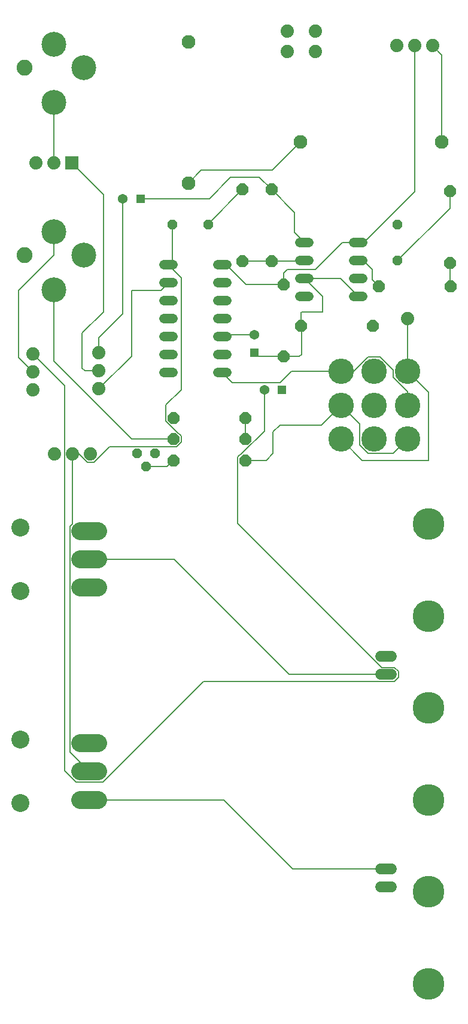
<source format=gbr>
G04 EAGLE Gerber RS-274X export*
G75*
%MOMM*%
%FSLAX34Y34*%
%LPD*%
%INTop Copper*%
%IPPOS*%
%AMOC8*
5,1,8,0,0,1.08239X$1,22.5*%
G01*
%ADD10P,1.429621X8X22.500000*%
%ADD11C,1.950000*%
%ADD12C,1.320800*%
%ADD13P,1.429621X8X112.500000*%
%ADD14C,1.524000*%
%ADD15C,1.879600*%
%ADD16C,3.516000*%
%ADD17C,2.250000*%
%ADD18P,1.814519X8X22.500000*%
%ADD19P,1.814519X8X112.500000*%
%ADD20P,1.814519X8X292.500000*%
%ADD21P,1.814519X8X202.500000*%
%ADD22R,1.219200X1.219200*%
%ADD23C,1.371600*%
%ADD24C,2.540000*%
%ADD25C,2.540000*%
%ADD26C,3.600000*%
%ADD27R,1.879600X1.879600*%
%ADD28C,4.500000*%
%ADD29C,0.152400*%


D10*
X222700Y810000D03*
X210000Y790950D03*
X197300Y810000D03*
D11*
X270000Y1391500D03*
X270000Y1191500D03*
X428500Y1250000D03*
X628500Y1250000D03*
D12*
X248504Y1076200D02*
X235296Y1076200D01*
X235296Y1050800D02*
X248504Y1050800D01*
X248504Y974600D02*
X235296Y974600D01*
X235296Y949200D02*
X248504Y949200D01*
X248504Y1025400D02*
X235296Y1025400D01*
X235296Y1000000D02*
X248504Y1000000D01*
X248504Y923800D02*
X235296Y923800D01*
X311496Y923800D02*
X324704Y923800D01*
X324704Y949200D02*
X311496Y949200D01*
X311496Y974600D02*
X324704Y974600D01*
X324704Y1000000D02*
X311496Y1000000D01*
X311496Y1025400D02*
X324704Y1025400D01*
X324704Y1050800D02*
X311496Y1050800D01*
X311496Y1076200D02*
X324704Y1076200D01*
D10*
X247140Y1133650D03*
X297940Y1133650D03*
D13*
X566190Y1082220D03*
X566190Y1133020D03*
D14*
X557620Y522700D02*
X542380Y522700D01*
X542380Y497300D02*
X557620Y497300D01*
D15*
X50000Y950480D03*
X50000Y925080D03*
X50000Y899680D03*
D12*
X427676Y1108100D02*
X440884Y1108100D01*
X440884Y1082700D02*
X427676Y1082700D01*
X503876Y1031900D02*
X517084Y1031900D01*
X517084Y1057300D02*
X503876Y1057300D01*
X440884Y1057300D02*
X427676Y1057300D01*
X427676Y1031900D02*
X440884Y1031900D01*
X503876Y1082700D02*
X517084Y1082700D01*
X517084Y1108100D02*
X503876Y1108100D01*
D15*
X80950Y808730D03*
X106350Y808730D03*
X131750Y808730D03*
D16*
X122000Y1090000D03*
X80000Y1041000D03*
X80000Y1123000D03*
D17*
X38000Y1090000D03*
D16*
X122000Y1354920D03*
X80000Y1305920D03*
X80000Y1387920D03*
D17*
X38000Y1354920D03*
D15*
X564600Y1386190D03*
X590000Y1386190D03*
X615400Y1386190D03*
D18*
X249200Y860000D03*
X350800Y860000D03*
D19*
X346510Y1081420D03*
X346510Y1183020D03*
D20*
X405080Y1048260D03*
X405080Y946660D03*
D19*
X640000Y1079200D03*
X640000Y1180800D03*
D18*
X429200Y990000D03*
X530800Y990000D03*
X249200Y830000D03*
X350800Y830000D03*
X249200Y800000D03*
X350800Y800000D03*
D19*
X387620Y1081420D03*
X387620Y1183020D03*
D21*
X640960Y1045880D03*
X539360Y1045880D03*
D14*
X542380Y197300D02*
X557620Y197300D01*
X557620Y222700D02*
X542380Y222700D01*
D15*
X143490Y900950D03*
X143490Y926350D03*
X143490Y951750D03*
D22*
X202500Y1170000D03*
D23*
X177500Y1170000D03*
D22*
X402500Y900000D03*
D23*
X377500Y900000D03*
D24*
X142700Y620000D02*
X117300Y620000D01*
X117300Y660000D02*
X142700Y660000D01*
X142700Y700000D02*
X117300Y700000D01*
D25*
X32083Y615174D03*
X32083Y705217D03*
D26*
X580000Y830000D03*
X580000Y878000D03*
X580000Y926000D03*
X533000Y926000D03*
X533000Y878000D03*
X533000Y830000D03*
X486000Y830000D03*
X486000Y878000D03*
X486000Y926000D03*
D24*
X142700Y320000D02*
X117300Y320000D01*
X117300Y360000D02*
X142700Y360000D01*
X142700Y400000D02*
X117300Y400000D01*
D25*
X32083Y315174D03*
X32083Y405217D03*
D15*
X580000Y1000000D03*
D22*
X363810Y952420D03*
D23*
X363810Y977420D03*
D27*
X105400Y1220150D03*
D15*
X80000Y1220150D03*
X54600Y1220150D03*
X410000Y1378222D03*
X410000Y1407178D03*
X450000Y1378222D03*
X450000Y1407178D03*
D28*
X610000Y60000D03*
X610000Y190000D03*
X610000Y320000D03*
X610000Y450000D03*
X610000Y580000D03*
X610000Y710000D03*
D29*
X363810Y977420D02*
X320920Y977420D01*
X318100Y974600D01*
X628500Y1373090D02*
X615400Y1386190D01*
X628500Y1373090D02*
X628500Y1250000D01*
X590000Y1180000D02*
X590000Y1386190D01*
X518100Y1108100D02*
X510480Y1108100D01*
X518100Y1108100D02*
X590000Y1180000D01*
X405080Y1048260D02*
X351740Y1048260D01*
X323800Y1076200D02*
X318100Y1076200D01*
X323800Y1076200D02*
X351740Y1048260D01*
X488100Y1108100D02*
X510480Y1108100D01*
X488100Y1108100D02*
X450000Y1070000D01*
X410000Y1070000D01*
X405080Y1065080D01*
X405080Y1048260D01*
X247140Y1081440D02*
X247140Y1133650D01*
X247140Y1081440D02*
X241900Y1076200D01*
X106350Y808730D02*
X106350Y710243D01*
X102314Y706207D01*
X102314Y387686D01*
X130000Y360000D01*
X260000Y1058100D02*
X241900Y1076200D01*
X260000Y1058100D02*
X260000Y900000D01*
X253619Y840668D02*
X259868Y834419D01*
X259868Y825581D01*
X253619Y819332D01*
X136590Y797046D02*
X126910Y797046D01*
X115226Y808730D02*
X106350Y808730D01*
X115226Y808730D02*
X126910Y797046D01*
X238532Y878532D02*
X260000Y900000D01*
X253619Y819332D02*
X158876Y819332D01*
X136590Y797046D01*
X238532Y855581D02*
X238532Y878532D01*
X238532Y855581D02*
X253445Y840668D01*
X253619Y840668D01*
X231100Y1040000D02*
X241900Y1050800D01*
X231100Y1040000D02*
X190000Y1040000D01*
X190000Y947460D02*
X143490Y900950D01*
X190000Y947460D02*
X190000Y1040000D01*
X458000Y850000D02*
X486000Y878000D01*
X458000Y850000D02*
X400000Y850000D01*
X390000Y840000D01*
X390000Y810000D01*
X380000Y800000D01*
X350800Y800000D01*
X512714Y821597D02*
X524597Y809714D01*
X512714Y851286D02*
X486000Y878000D01*
X512714Y851286D02*
X512714Y821597D01*
X559714Y809714D02*
X580000Y830000D01*
X559714Y809714D02*
X524597Y809714D01*
X249200Y800000D02*
X240150Y790950D01*
X210000Y790950D01*
X350800Y830000D02*
X350800Y860000D01*
X50000Y925080D02*
X30000Y945080D01*
X30000Y1040000D02*
X80000Y1090000D01*
X80000Y1123000D01*
X30000Y1040000D02*
X30000Y945080D01*
X388500Y1210000D02*
X428500Y1250000D01*
X288500Y1210000D02*
X270000Y1191500D01*
X288500Y1210000D02*
X388500Y1210000D01*
X249200Y830000D02*
X190000Y830000D01*
X80000Y940000D02*
X80000Y1041000D01*
X80000Y940000D02*
X190000Y830000D01*
X417300Y222700D02*
X550000Y222700D01*
X320000Y320000D02*
X130000Y320000D01*
X320000Y320000D02*
X417300Y222700D01*
X412700Y497300D02*
X550000Y497300D01*
X250000Y660000D02*
X130000Y660000D01*
X250000Y660000D02*
X412700Y497300D01*
X416000Y926000D02*
X486000Y926000D01*
X416000Y926000D02*
X400000Y910000D01*
X331900Y910000D01*
X318100Y923800D01*
X524597Y946286D02*
X540000Y946286D01*
X504311Y926000D02*
X486000Y926000D01*
X504311Y926000D02*
X524597Y946286D01*
X540000Y946286D02*
X541403Y946286D01*
X580000Y897311D02*
X580000Y878000D01*
X580000Y897311D02*
X559714Y917597D01*
X559714Y927975D02*
X541403Y946286D01*
X559714Y927975D02*
X559714Y917597D01*
X387620Y1183020D02*
X370640Y1200000D01*
X330000Y1200000D01*
X300000Y1170000D01*
X202500Y1170000D01*
X420000Y1122380D02*
X434280Y1108100D01*
X420000Y1150640D02*
X387620Y1183020D01*
X420000Y1150640D02*
X420000Y1122380D01*
X434280Y1082700D02*
X433000Y1081420D01*
X387620Y1081420D01*
X346510Y1081420D01*
X434280Y1057300D02*
X485080Y1057300D01*
X510480Y1031900D01*
X460000Y1031580D02*
X434280Y1057300D01*
X460000Y1031580D02*
X460000Y1010000D01*
X430000Y1010000D01*
X429200Y1009200D01*
X429200Y990000D01*
X430000Y989200D01*
X430000Y950000D01*
X426660Y946660D01*
X405080Y946660D01*
X369570Y946660D01*
X363810Y952420D01*
X297940Y1134450D02*
X346510Y1183020D01*
X297940Y1134450D02*
X297940Y1133650D01*
X640000Y1046840D02*
X640960Y1045880D01*
X640000Y1046840D02*
X640000Y1079200D01*
X640000Y1156030D02*
X640000Y1180800D01*
X640000Y1156030D02*
X566190Y1082220D01*
X530000Y1055240D02*
X539360Y1045880D01*
X530000Y1055240D02*
X530000Y1070000D01*
X517300Y1082700D01*
X510480Y1082700D01*
X177500Y1007500D02*
X177500Y1170000D01*
X143490Y973490D02*
X143490Y951750D01*
X143490Y973490D02*
X177500Y1007500D01*
X346381Y810668D02*
X340132Y804419D01*
X377500Y841613D02*
X377500Y900000D01*
X377500Y841613D02*
X346555Y810668D01*
X346381Y810668D01*
X340132Y770132D02*
X340000Y770000D01*
X340132Y770132D02*
X340132Y804419D01*
X561723Y507206D02*
X567526Y501403D01*
X567526Y493197D01*
X561723Y487394D01*
X148907Y345014D02*
X111093Y345014D01*
X94666Y361441D01*
X291287Y487394D02*
X561723Y487394D01*
X291287Y487394D02*
X148907Y345014D01*
X340000Y711071D02*
X340000Y770000D01*
X340000Y711071D02*
X543865Y507206D01*
X561723Y507206D01*
X94666Y905814D02*
X50000Y950480D01*
X94666Y905814D02*
X94666Y361441D01*
X150000Y1175550D02*
X105400Y1220150D01*
X150000Y1010000D02*
X120000Y980000D01*
X120000Y930000D01*
X123650Y926350D01*
X143490Y926350D01*
X150000Y1010000D02*
X150000Y1175550D01*
X80000Y1220150D02*
X80000Y1305920D01*
X580000Y1000000D02*
X580000Y926000D01*
X486000Y830000D02*
X516000Y800000D01*
X610000Y800000D01*
X610000Y896000D01*
X580000Y926000D01*
M02*

</source>
